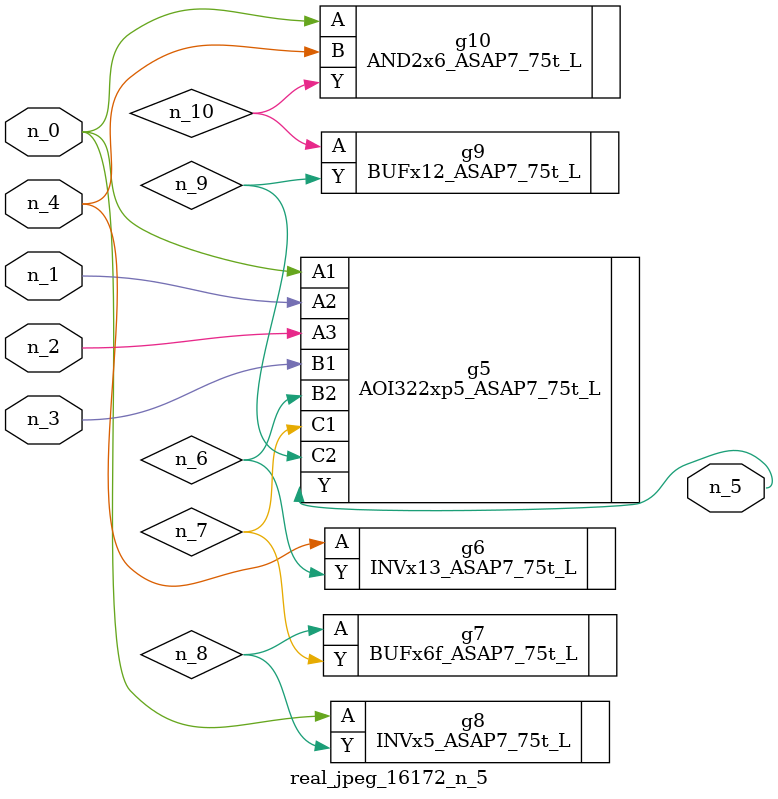
<source format=v>
module real_jpeg_16172_n_5 (n_4, n_0, n_1, n_2, n_3, n_5);

input n_4;
input n_0;
input n_1;
input n_2;
input n_3;

output n_5;

wire n_8;
wire n_6;
wire n_7;
wire n_10;
wire n_9;

AOI322xp5_ASAP7_75t_L g5 ( 
.A1(n_0),
.A2(n_1),
.A3(n_2),
.B1(n_3),
.B2(n_6),
.C1(n_7),
.C2(n_9),
.Y(n_5)
);

INVx5_ASAP7_75t_L g8 ( 
.A(n_0),
.Y(n_8)
);

AND2x6_ASAP7_75t_L g10 ( 
.A(n_0),
.B(n_4),
.Y(n_10)
);

INVx13_ASAP7_75t_L g6 ( 
.A(n_4),
.Y(n_6)
);

BUFx6f_ASAP7_75t_L g7 ( 
.A(n_8),
.Y(n_7)
);

BUFx12_ASAP7_75t_L g9 ( 
.A(n_10),
.Y(n_9)
);


endmodule
</source>
